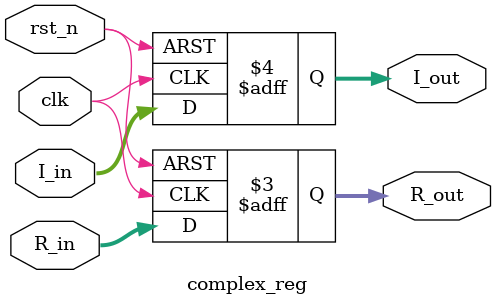
<source format=v>
module complex_reg(
    input wire signed [15:0] R_in,
    input wire signed [15:0] I_in,
    input wire clk,
    input wire rst_n,
    output reg signed [15:0] R_out,
    output reg signed [15:0] I_out
);
always @(posedge clk or negedge rst_n) begin
    if (rst_n == 1'b0) begin
        R_out <= 16'b0;
        I_out <= 16'b0;
    end
    else begin
        R_out <= R_in;
        I_out <= I_in;
    end
end
endmodule
</source>
